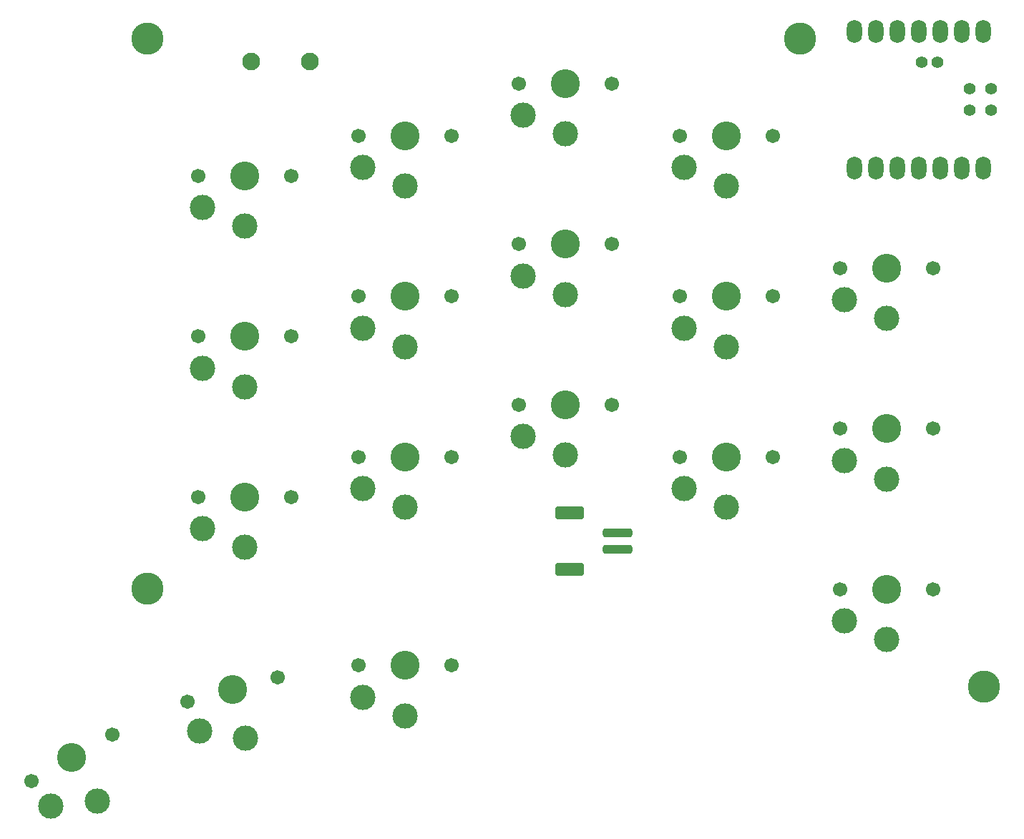
<source format=gbr>
%TF.GenerationSoftware,KiCad,Pcbnew,8.0.5*%
%TF.CreationDate,2024-12-10T18:52:20+08:00*%
%TF.ProjectId,pcb-right,7063622d-7269-4676-9874-2e6b69636164,0.32*%
%TF.SameCoordinates,Original*%
%TF.FileFunction,Soldermask,Top*%
%TF.FilePolarity,Negative*%
%FSLAX46Y46*%
G04 Gerber Fmt 4.6, Leading zero omitted, Abs format (unit mm)*
G04 Created by KiCad (PCBNEW 8.0.5) date 2024-12-10 18:52:20*
%MOMM*%
%LPD*%
G01*
G04 APERTURE LIST*
G04 Aperture macros list*
%AMRoundRect*
0 Rectangle with rounded corners*
0 $1 Rounding radius*
0 $2 $3 $4 $5 $6 $7 $8 $9 X,Y pos of 4 corners*
0 Add a 4 corners polygon primitive as box body*
4,1,4,$2,$3,$4,$5,$6,$7,$8,$9,$2,$3,0*
0 Add four circle primitives for the rounded corners*
1,1,$1+$1,$2,$3*
1,1,$1+$1,$4,$5*
1,1,$1+$1,$6,$7*
1,1,$1+$1,$8,$9*
0 Add four rect primitives between the rounded corners*
20,1,$1+$1,$2,$3,$4,$5,0*
20,1,$1+$1,$4,$5,$6,$7,0*
20,1,$1+$1,$6,$7,$8,$9,0*
20,1,$1+$1,$8,$9,$2,$3,0*%
G04 Aperture macros list end*
%ADD10C,1.701800*%
%ADD11C,3.000000*%
%ADD12C,3.429000*%
%ADD13C,3.800000*%
%ADD14C,2.100000*%
%ADD15RoundRect,0.250000X-1.500000X0.250000X-1.500000X-0.250000X1.500000X-0.250000X1.500000X0.250000X0*%
%ADD16RoundRect,0.250001X-1.449999X0.499999X-1.449999X-0.499999X1.449999X-0.499999X1.449999X0.499999X0*%
%ADD17O,1.800000X2.750000*%
%ADD18C,1.397000*%
G04 APERTURE END LIST*
D10*
%TO.C,SWR2*%
X84945625Y-47365000D03*
D11*
X85445625Y-51115000D03*
D12*
X90445625Y-47365000D03*
D11*
X90445625Y-53315000D03*
D10*
X95945625Y-47365000D03*
%TD*%
%TO.C,SWR10*%
X141945625Y-82040000D03*
D11*
X142445625Y-85790000D03*
D12*
X147445625Y-82040000D03*
D11*
X147445625Y-87990000D03*
D10*
X152945625Y-82040000D03*
%TD*%
%TO.C,SWR7*%
X84945625Y-66365000D03*
D11*
X85445625Y-70115000D03*
D12*
X90445625Y-66365000D03*
D11*
X90445625Y-72315000D03*
D10*
X95945625Y-66365000D03*
%TD*%
D13*
%TO.C,REF\u002A\u002A*%
X59945625Y-101001000D03*
%TD*%
%TO.C,REF\u002A\u002A*%
X137195625Y-35865000D03*
%TD*%
D10*
%TO.C,SWR18*%
X84945625Y-110065000D03*
D11*
X85445625Y-113815000D03*
D12*
X90445625Y-110065000D03*
D11*
X90445625Y-116015000D03*
D10*
X95945625Y-110065000D03*
%TD*%
%TO.C,SWR4*%
X122945625Y-47365000D03*
D11*
X123445625Y-51115000D03*
D12*
X128445625Y-47365000D03*
D11*
X128445625Y-53315000D03*
D10*
X133945625Y-47365000D03*
%TD*%
%TO.C,SWR6*%
X65945625Y-71115000D03*
D11*
X66445625Y-74865000D03*
D12*
X71445625Y-71115000D03*
D11*
X71445625Y-77065000D03*
D10*
X76945625Y-71115000D03*
%TD*%
%TO.C,SWR13*%
X103945625Y-79190000D03*
D11*
X104445625Y-82940000D03*
D12*
X109445625Y-79190000D03*
D11*
X109445625Y-85140000D03*
D10*
X114945625Y-79190000D03*
%TD*%
%TO.C,SWR9*%
X122945625Y-66365000D03*
D11*
X123445625Y-70115000D03*
D12*
X128445625Y-66365000D03*
D11*
X128445625Y-72315000D03*
D10*
X133945625Y-66365000D03*
%TD*%
%TO.C,SWR17*%
X64708033Y-114338505D03*
D11*
X66161567Y-117831317D03*
D12*
X70020625Y-112915000D03*
D11*
X71560598Y-118662259D03*
D10*
X75333217Y-111491495D03*
%TD*%
%TO.C,SWR12*%
X84945625Y-85365000D03*
D11*
X85445625Y-89115000D03*
D12*
X90445625Y-85365000D03*
D11*
X90445625Y-91315000D03*
D10*
X95945625Y-85365000D03*
%TD*%
D14*
%TO.C,RSW2*%
X72217625Y-38595250D03*
X79217625Y-38595250D03*
%TD*%
D10*
%TO.C,SWR8*%
X103945625Y-60190000D03*
D11*
X104445625Y-63940000D03*
D12*
X109445625Y-60190000D03*
D11*
X109445625Y-66140000D03*
D10*
X114945625Y-60190000D03*
%TD*%
%TO.C,SWR5*%
X141945625Y-63040000D03*
D11*
X142445625Y-66790000D03*
D12*
X147445625Y-63040000D03*
D11*
X147445625Y-68990000D03*
D10*
X152945625Y-63040000D03*
%TD*%
D15*
%TO.C,J2*%
X115627625Y-94336000D03*
X115627625Y-96336000D03*
D16*
X109877625Y-91986000D03*
X109877625Y-98686000D03*
%TD*%
D13*
%TO.C,REF\u002A\u002A*%
X158945625Y-112540000D03*
%TD*%
D17*
%TO.C,U2*%
X158865625Y-34995000D03*
X156325625Y-34995000D03*
X153785625Y-34995000D03*
X151245625Y-34995000D03*
X148705625Y-34995000D03*
X146165625Y-34995000D03*
X143625625Y-34995000D03*
X143625625Y-51185000D03*
X146165625Y-51185000D03*
X148705625Y-51185000D03*
X151245625Y-51185000D03*
X153785625Y-51185000D03*
X156325625Y-51185000D03*
X158865625Y-51185000D03*
D18*
X159817625Y-41820000D03*
X159817625Y-44360000D03*
X157277625Y-41820000D03*
X157277625Y-44360000D03*
X151562625Y-38645000D03*
X153467625Y-38645000D03*
%TD*%
D10*
%TO.C,SWR11*%
X65945625Y-90115000D03*
D11*
X66445625Y-93865000D03*
D12*
X71445625Y-90115000D03*
D11*
X71445625Y-96065000D03*
D10*
X76945625Y-90115000D03*
%TD*%
D13*
%TO.C,REF\u002A\u002A*%
X59945625Y-35865000D03*
%TD*%
D10*
%TO.C,SWR14*%
X122945625Y-85365000D03*
D11*
X123445625Y-89115000D03*
D12*
X128445625Y-85365000D03*
D11*
X128445625Y-91315000D03*
D10*
X133945625Y-85365000D03*
%TD*%
%TO.C,SWR15*%
X141945625Y-101040000D03*
D11*
X142445625Y-104790000D03*
D12*
X147445625Y-101040000D03*
D11*
X147445625Y-106990000D03*
D10*
X152945625Y-101040000D03*
%TD*%
%TO.C,SWR16*%
X46257485Y-123740000D03*
D11*
X48565498Y-126737595D03*
D12*
X51020625Y-120990000D03*
D11*
X53995625Y-126142851D03*
D10*
X55783765Y-118240000D03*
%TD*%
%TO.C,SWR3*%
X103945625Y-41190000D03*
D11*
X104445625Y-44940000D03*
D12*
X109445625Y-41190000D03*
D11*
X109445625Y-47140000D03*
D10*
X114945625Y-41190000D03*
%TD*%
%TO.C,SWR1*%
X65945625Y-52115000D03*
D11*
X66445625Y-55865000D03*
D12*
X71445625Y-52115000D03*
D11*
X71445625Y-58065000D03*
D10*
X76945625Y-52115000D03*
%TD*%
M02*

</source>
